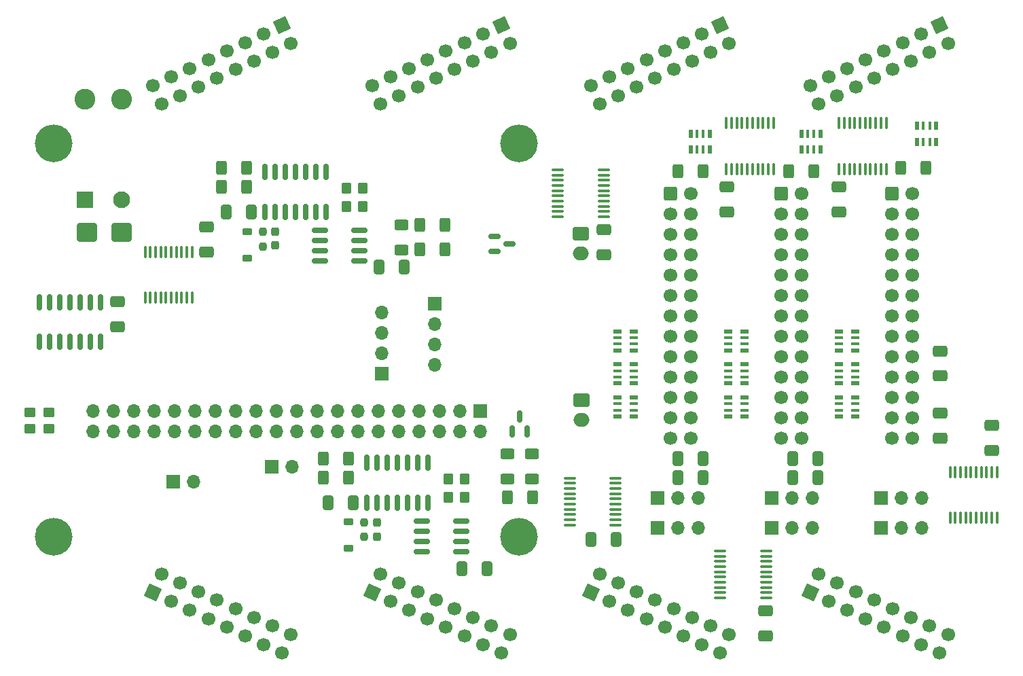
<source format=gbr>
%TF.GenerationSoftware,KiCad,Pcbnew,7.0.7*%
%TF.CreationDate,2023-11-19T22:39:33+01:00*%
%TF.ProjectId,LITEXCNC-HUB75HAT,4c495445-5843-44e4-932d-485542373548,rev?*%
%TF.SameCoordinates,Original*%
%TF.FileFunction,Soldermask,Bot*%
%TF.FilePolarity,Negative*%
%FSLAX46Y46*%
G04 Gerber Fmt 4.6, Leading zero omitted, Abs format (unit mm)*
G04 Created by KiCad (PCBNEW 7.0.7) date 2023-11-19 22:39:33*
%MOMM*%
%LPD*%
G01*
G04 APERTURE LIST*
G04 Aperture macros list*
%AMRoundRect*
0 Rectangle with rounded corners*
0 $1 Rounding radius*
0 $2 $3 $4 $5 $6 $7 $8 $9 X,Y pos of 4 corners*
0 Add a 4 corners polygon primitive as box body*
4,1,4,$2,$3,$4,$5,$6,$7,$8,$9,$2,$3,0*
0 Add four circle primitives for the rounded corners*
1,1,$1+$1,$2,$3*
1,1,$1+$1,$4,$5*
1,1,$1+$1,$6,$7*
1,1,$1+$1,$8,$9*
0 Add four rect primitives between the rounded corners*
20,1,$1+$1,$2,$3,$4,$5,0*
20,1,$1+$1,$4,$5,$6,$7,0*
20,1,$1+$1,$6,$7,$8,$9,0*
20,1,$1+$1,$8,$9,$2,$3,0*%
%AMHorizOval*
0 Thick line with rounded ends*
0 $1 width*
0 $2 $3 position (X,Y) of the first rounded end (center of the circle)*
0 $4 $5 position (X,Y) of the second rounded end (center of the circle)*
0 Add line between two ends*
20,1,$1,$2,$3,$4,$5,0*
0 Add two circle primitives to create the rounded ends*
1,1,$1,$2,$3*
1,1,$1,$4,$5*%
%AMRotRect*
0 Rectangle, with rotation*
0 The origin of the aperture is its center*
0 $1 length*
0 $2 width*
0 $3 Rotation angle, in degrees counterclockwise*
0 Add horizontal line*
21,1,$1,$2,0,0,$3*%
G04 Aperture macros list end*
%ADD10R,1.700000X1.700000*%
%ADD11O,1.700000X1.700000*%
%ADD12RoundRect,0.250000X-0.600000X-0.600000X0.600000X-0.600000X0.600000X0.600000X-0.600000X0.600000X0*%
%ADD13C,1.700000*%
%ADD14RoundRect,0.250000X-0.750000X0.600000X-0.750000X-0.600000X0.750000X-0.600000X0.750000X0.600000X0*%
%ADD15O,2.000000X1.700000*%
%ADD16C,3.100000*%
%ADD17C,4.700000*%
%ADD18RoundRect,0.250000X-1.000000X-0.900000X1.000000X-0.900000X1.000000X0.900000X-1.000000X0.900000X0*%
%ADD19R,1.000000X0.500000*%
%ADD20R,1.000000X0.400000*%
%ADD21R,0.500000X1.000000*%
%ADD22R,0.400000X1.000000*%
%ADD23RoundRect,0.250000X-0.650000X0.412500X-0.650000X-0.412500X0.650000X-0.412500X0.650000X0.412500X0*%
%ADD24RoundRect,0.225000X0.375000X-0.225000X0.375000X0.225000X-0.375000X0.225000X-0.375000X-0.225000X0*%
%ADD25RoundRect,0.250000X0.625000X-0.400000X0.625000X0.400000X-0.625000X0.400000X-0.625000X-0.400000X0*%
%ADD26RoundRect,0.150000X0.150000X-0.825000X0.150000X0.825000X-0.150000X0.825000X-0.150000X-0.825000X0*%
%ADD27RoundRect,0.250000X-0.400000X-0.625000X0.400000X-0.625000X0.400000X0.625000X-0.400000X0.625000X0*%
%ADD28RoundRect,0.250000X0.412500X0.650000X-0.412500X0.650000X-0.412500X-0.650000X0.412500X-0.650000X0*%
%ADD29RoundRect,0.250000X-0.412500X-0.650000X0.412500X-0.650000X0.412500X0.650000X-0.412500X0.650000X0*%
%ADD30RotRect,1.700000X1.700000X115.000000*%
%ADD31HorizOval,1.700000X0.000000X0.000000X0.000000X0.000000X0*%
%ADD32RoundRect,0.250000X-0.350000X-0.450000X0.350000X-0.450000X0.350000X0.450000X-0.350000X0.450000X0*%
%ADD33RotRect,1.700000X1.700000X245.000000*%
%ADD34HorizOval,1.700000X0.000000X0.000000X0.000000X0.000000X0*%
%ADD35RoundRect,0.250000X-0.625000X0.400000X-0.625000X-0.400000X0.625000X-0.400000X0.625000X0.400000X0*%
%ADD36RoundRect,0.237500X0.237500X-0.250000X0.237500X0.250000X-0.237500X0.250000X-0.237500X-0.250000X0*%
%ADD37RoundRect,0.250000X0.650000X-0.412500X0.650000X0.412500X-0.650000X0.412500X-0.650000X-0.412500X0*%
%ADD38RoundRect,0.100000X-0.637500X-0.100000X0.637500X-0.100000X0.637500X0.100000X-0.637500X0.100000X0*%
%ADD39RoundRect,0.250000X0.400000X0.625000X-0.400000X0.625000X-0.400000X-0.625000X0.400000X-0.625000X0*%
%ADD40RoundRect,0.237500X-0.237500X0.300000X-0.237500X-0.300000X0.237500X-0.300000X0.237500X0.300000X0*%
%ADD41RoundRect,0.150000X-0.150000X0.825000X-0.150000X-0.825000X0.150000X-0.825000X0.150000X0.825000X0*%
%ADD42RoundRect,0.150000X0.150000X-0.587500X0.150000X0.587500X-0.150000X0.587500X-0.150000X-0.587500X0*%
%ADD43RoundRect,0.100000X-0.100000X0.637500X-0.100000X-0.637500X0.100000X-0.637500X0.100000X0.637500X0*%
%ADD44RoundRect,0.100000X0.100000X-0.637500X0.100000X0.637500X-0.100000X0.637500X-0.100000X-0.637500X0*%
%ADD45RoundRect,0.250000X-0.450000X0.350000X-0.450000X-0.350000X0.450000X-0.350000X0.450000X0.350000X0*%
%ADD46RoundRect,0.150000X-0.587500X-0.150000X0.587500X-0.150000X0.587500X0.150000X-0.587500X0.150000X0*%
%ADD47C,2.600000*%
%ADD48RoundRect,0.250001X-0.799999X-0.799999X0.799999X-0.799999X0.799999X0.799999X-0.799999X0.799999X0*%
%ADD49C,2.100000*%
%ADD50RoundRect,0.150000X-0.825000X-0.150000X0.825000X-0.150000X0.825000X0.150000X-0.825000X0.150000X0*%
G04 APERTURE END LIST*
D10*
%TO.C,J17*%
X76768000Y36772800D03*
D11*
X76768000Y34232800D03*
X74228000Y36772800D03*
X74228000Y34232800D03*
X71688000Y36772800D03*
X71688000Y34232800D03*
X69148000Y36772800D03*
X69148000Y34232800D03*
X66608000Y36772800D03*
X66608000Y34232800D03*
X64068000Y36772800D03*
X64068000Y34232800D03*
X61528000Y36772800D03*
X61528000Y34232800D03*
X58988000Y36772800D03*
X58988000Y34232800D03*
X56448000Y36772800D03*
X56448000Y34232800D03*
X53908000Y36772800D03*
X53908000Y34232800D03*
X51368000Y36772800D03*
X51368000Y34232800D03*
X48828000Y36772800D03*
X48828000Y34232800D03*
X46288000Y36772800D03*
X46288000Y34232800D03*
X43748000Y36772800D03*
X43748000Y34232800D03*
X41208000Y36772800D03*
X41208000Y34232800D03*
X38668000Y36772800D03*
X38668000Y34232800D03*
X36128000Y36772800D03*
X36128000Y34232800D03*
X33588000Y36772800D03*
X33588000Y34232800D03*
X31048000Y36772800D03*
X31048000Y34232800D03*
X28508000Y36772800D03*
X28508000Y34232800D03*
%TD*%
D12*
%TO.C,IO2*%
X114270000Y63900000D03*
D13*
X116810000Y63900000D03*
X114270000Y61360000D03*
X116810000Y61360000D03*
X114270000Y58820000D03*
X116810000Y58820000D03*
X114270000Y56280000D03*
X116810000Y56280000D03*
X114270000Y53740000D03*
X116810000Y53740000D03*
X114270000Y51200000D03*
X116810000Y51200000D03*
X114270000Y48660000D03*
X116810000Y48660000D03*
X114270000Y46120000D03*
X116810000Y46120000D03*
X114270000Y43580000D03*
X116810000Y43580000D03*
X114270000Y41040000D03*
X116810000Y41040000D03*
X114270000Y38500000D03*
X116810000Y38500000D03*
X114270000Y35960000D03*
X116810000Y35960000D03*
X114270000Y33420000D03*
X116810000Y33420000D03*
%TD*%
D10*
%TO.C,JP6*%
X98866000Y22244000D03*
D11*
X101406000Y22244000D03*
X103946000Y22244000D03*
%TD*%
D10*
%TO.C,JP4*%
X126679000Y22244000D03*
D11*
X129219000Y22244000D03*
X131759000Y22244000D03*
%TD*%
D10*
%TO.C,JP1*%
X126716000Y25927000D03*
D11*
X129256000Y25927000D03*
X131796000Y25927000D03*
%TD*%
D14*
%TO.C,RS485-5*%
X89315600Y58881600D03*
D15*
X89315600Y56381600D03*
%TD*%
D10*
%TO.C,JP3*%
X98866000Y25901600D03*
D11*
X101406000Y25901600D03*
X103946000Y25901600D03*
%TD*%
D14*
%TO.C,RS485-1*%
X89366400Y38155200D03*
D15*
X89366400Y35655200D03*
%TD*%
D10*
%TO.C,JP5*%
X113090000Y22244000D03*
D11*
X115630000Y22244000D03*
X118170000Y22244000D03*
%TD*%
D16*
%TO.C,REF\u002A\u002A*%
X23560000Y70112000D03*
D17*
X23560000Y70112000D03*
%TD*%
D16*
%TO.C,REF\u002A\u002A*%
X81560000Y21112000D03*
D17*
X81560000Y21112000D03*
%TD*%
D16*
%TO.C,REF\u002A\u002A*%
X23560000Y21112000D03*
D17*
X23560000Y21112000D03*
%TD*%
D10*
%TO.C,JP2*%
X113105000Y25901600D03*
D11*
X115645000Y25901600D03*
X118185000Y25901600D03*
%TD*%
D12*
%TO.C,IO3*%
X100464000Y63900000D03*
D13*
X103004000Y63900000D03*
X100464000Y61360000D03*
X103004000Y61360000D03*
X100464000Y58820000D03*
X103004000Y58820000D03*
X100464000Y56280000D03*
X103004000Y56280000D03*
X100464000Y53740000D03*
X103004000Y53740000D03*
X100464000Y51200000D03*
X103004000Y51200000D03*
X100464000Y48660000D03*
X103004000Y48660000D03*
X100464000Y46120000D03*
X103004000Y46120000D03*
X100464000Y43580000D03*
X103004000Y43580000D03*
X100464000Y41040000D03*
X103004000Y41040000D03*
X100464000Y38500000D03*
X103004000Y38500000D03*
X100464000Y35960000D03*
X103004000Y35960000D03*
X100464000Y33420000D03*
X103004000Y33420000D03*
%TD*%
D16*
%TO.C,REF\u002A\u002A*%
X81560000Y70112000D03*
D17*
X81560000Y70112000D03*
%TD*%
D12*
%TO.C,IO1*%
X128076000Y63900000D03*
D13*
X130616000Y63900000D03*
X128076000Y61360000D03*
X130616000Y61360000D03*
X128076000Y58820000D03*
X130616000Y58820000D03*
X128076000Y56280000D03*
X130616000Y56280000D03*
X128076000Y53740000D03*
X130616000Y53740000D03*
X128076000Y51200000D03*
X130616000Y51200000D03*
X128076000Y48660000D03*
X130616000Y48660000D03*
X128076000Y46120000D03*
X130616000Y46120000D03*
X128076000Y43580000D03*
X130616000Y43580000D03*
X128076000Y41040000D03*
X130616000Y41040000D03*
X128076000Y38500000D03*
X130616000Y38500000D03*
X128076000Y35960000D03*
X130616000Y35960000D03*
X128076000Y33420000D03*
X130616000Y33420000D03*
%TD*%
D18*
%TO.C,D12*%
X27764000Y59074000D03*
X32064000Y59074000D03*
%TD*%
D19*
%TO.C,RN9*%
X95877000Y46710400D03*
D20*
X95877000Y45910400D03*
X95877000Y45110400D03*
D19*
X95877000Y44310400D03*
X93877000Y44310400D03*
D20*
X93877000Y45110400D03*
X93877000Y45910400D03*
D19*
X93877000Y46710400D03*
%TD*%
D21*
%TO.C,RN4*%
X133594000Y70316800D03*
D22*
X132794000Y70316800D03*
X131994000Y70316800D03*
D21*
X131194000Y70316800D03*
X131194000Y72316800D03*
D22*
X131994000Y72316800D03*
X132794000Y72316800D03*
D21*
X133594000Y72316800D03*
%TD*%
D23*
%TO.C,C16*%
X112328000Y11868500D03*
X112328000Y8743500D03*
%TD*%
D24*
%TO.C,D4*%
X47710400Y55824800D03*
X47710400Y59124800D03*
%TD*%
D19*
%TO.C,RN11*%
X95877000Y38480800D03*
D20*
X95877000Y37680800D03*
X95877000Y36880800D03*
D19*
X95877000Y36080800D03*
X93877000Y36080800D03*
D20*
X93877000Y36880800D03*
X93877000Y37680800D03*
D19*
X93877000Y38480800D03*
%TD*%
D10*
%TO.C,J14*%
X38460000Y28000000D03*
D11*
X41000000Y28000000D03*
%TD*%
D25*
%TO.C,R11*%
X66912800Y56863600D03*
X66912800Y59963600D03*
%TD*%
D23*
%TO.C,C20*%
X121472000Y64700500D03*
X121472000Y61575500D03*
%TD*%
D26*
%TO.C,U7*%
X29422400Y45386400D03*
X28152400Y45386400D03*
X26882400Y45386400D03*
X25612400Y45386400D03*
X24342400Y45386400D03*
X23072400Y45386400D03*
X21802400Y45386400D03*
X21802400Y50336400D03*
X23072400Y50336400D03*
X24342400Y50336400D03*
X25612400Y50336400D03*
X26882400Y50336400D03*
X28152400Y50336400D03*
X29422400Y50336400D03*
%TD*%
D10*
%TO.C,J8*%
X71120000Y50165000D03*
D11*
X71120000Y47625000D03*
X71120000Y45085000D03*
X71120000Y42545000D03*
%TD*%
D21*
%TO.C,RN12*%
X105360800Y69351600D03*
D22*
X104560800Y69351600D03*
X103760800Y69351600D03*
D21*
X102960800Y69351600D03*
X102960800Y71351600D03*
D22*
X103760800Y71351600D03*
X104560800Y71351600D03*
D21*
X105360800Y71351600D03*
%TD*%
D27*
%TO.C,R6*%
X44534800Y64712800D03*
X47634800Y64712800D03*
%TD*%
D28*
%TO.C,C13*%
X60956900Y25342800D03*
X57831900Y25342800D03*
%TD*%
D29*
%TO.C,C14*%
X74443500Y17113200D03*
X77568500Y17113200D03*
%TD*%
D30*
%TO.C,J4*%
X52070000Y84836000D03*
D31*
X53143450Y82533978D03*
X49767978Y83762550D03*
X50841429Y81460528D03*
X47465956Y82689099D03*
X48539407Y80387077D03*
X45163935Y81615649D03*
X46237385Y79313627D03*
X42861913Y80542198D03*
X43935363Y78240177D03*
X40559891Y79468748D03*
X41633341Y77166726D03*
X38257869Y78395298D03*
X39331320Y76093276D03*
X35955848Y77321847D03*
X37029298Y75019826D03*
%TD*%
D10*
%TO.C,J13*%
X50800000Y29845000D03*
D11*
X53340000Y29845000D03*
%TD*%
D19*
%TO.C,RN5*%
X109683000Y46710400D03*
D20*
X109683000Y45910400D03*
X109683000Y45110400D03*
D19*
X109683000Y44310400D03*
X107683000Y44310400D03*
D20*
X107683000Y45110400D03*
X107683000Y45910400D03*
D19*
X107683000Y46710400D03*
%TD*%
D27*
%TO.C,R16*%
X57234800Y28492400D03*
X60334800Y28492400D03*
%TD*%
D32*
%TO.C,R14*%
X72770800Y28340000D03*
X74770800Y28340000D03*
%TD*%
D33*
%TO.C,J12*%
X90565848Y14118153D03*
D34*
X91639298Y16420175D03*
X92867870Y13044703D03*
X93941320Y15346724D03*
X95169892Y11971252D03*
X96243342Y14273274D03*
X97471913Y10897802D03*
X98545364Y13199824D03*
X99773935Y9824351D03*
X100847386Y12126373D03*
X102075957Y8750901D03*
X103149407Y11052923D03*
X104377979Y7677451D03*
X105451429Y9979472D03*
X106680000Y6604000D03*
X107753451Y8906022D03*
%TD*%
D27*
%TO.C,R5*%
X101417600Y66694000D03*
X104517600Y66694000D03*
%TD*%
D35*
%TO.C,R19*%
X80171600Y31414000D03*
X80171600Y28314000D03*
%TD*%
D29*
%TO.C,C6*%
X101418300Y30829200D03*
X104543300Y30829200D03*
%TD*%
D23*
%TO.C,C7*%
X31505200Y50362600D03*
X31505200Y47237600D03*
%TD*%
D36*
%TO.C,R8*%
X49691600Y57296000D03*
X49691600Y59121000D03*
%TD*%
D33*
%TO.C,J11*%
X117870848Y14118153D03*
D34*
X118944298Y16420175D03*
X120172870Y13044703D03*
X121246320Y15346724D03*
X122474892Y11971252D03*
X123548342Y14273274D03*
X124776913Y10897802D03*
X125850364Y13199824D03*
X127078935Y9824351D03*
X128152386Y12126373D03*
X129380957Y8750901D03*
X130454407Y11052923D03*
X131682979Y7677451D03*
X132756429Y9979472D03*
X133985000Y6604000D03*
X135058451Y8906022D03*
%TD*%
D37*
%TO.C,C1*%
X134045000Y41128500D03*
X134045000Y44253500D03*
%TD*%
D29*
%TO.C,C3*%
X115680800Y28441600D03*
X118805800Y28441600D03*
%TD*%
D38*
%TO.C,U5*%
X86420000Y60986000D03*
X86420000Y61636000D03*
X86420000Y62286000D03*
X86420000Y62936000D03*
X86420000Y63586000D03*
X86420000Y64236000D03*
X86420000Y64886000D03*
X86420000Y65536000D03*
X86420000Y66186000D03*
X86420000Y66836000D03*
X92145000Y66836000D03*
X92145000Y66186000D03*
X92145000Y65536000D03*
X92145000Y64886000D03*
X92145000Y64236000D03*
X92145000Y63586000D03*
X92145000Y62936000D03*
X92145000Y62286000D03*
X92145000Y61636000D03*
X92145000Y60986000D03*
%TD*%
D19*
%TO.C,RN10*%
X95877000Y42595600D03*
D20*
X95877000Y41795600D03*
X95877000Y40995600D03*
D19*
X95877000Y40195600D03*
X93877000Y40195600D03*
D20*
X93877000Y40995600D03*
X93877000Y41795600D03*
D19*
X93877000Y42595600D03*
%TD*%
D21*
%TO.C,RN8*%
X119166800Y69351600D03*
D22*
X118366800Y69351600D03*
X117566800Y69351600D03*
D21*
X116766800Y69351600D03*
X116766800Y71351600D03*
D22*
X117566800Y71351600D03*
X118366800Y71351600D03*
D21*
X119166800Y71351600D03*
%TD*%
D39*
%TO.C,R10*%
X72323600Y59937600D03*
X69223600Y59937600D03*
%TD*%
%TO.C,R21*%
X83245600Y26003200D03*
X80145600Y26003200D03*
%TD*%
D27*
%TO.C,R18*%
X57234800Y30829200D03*
X60334800Y30829200D03*
%TD*%
D40*
%TO.C,C15*%
X63864800Y22853600D03*
X63864800Y21128600D03*
%TD*%
D29*
%TO.C,C12*%
X64131100Y54756000D03*
X67256100Y54756000D03*
%TD*%
D41*
%TO.C,U9*%
X49945600Y66527400D03*
X51215600Y66527400D03*
X52485600Y66527400D03*
X53755600Y66527400D03*
X55025600Y66527400D03*
X56295600Y66527400D03*
X57565600Y66527400D03*
X57565600Y61577400D03*
X56295600Y61577400D03*
X55025600Y61577400D03*
X53755600Y61577400D03*
X52485600Y61577400D03*
X51215600Y61577400D03*
X49945600Y61577400D03*
%TD*%
D23*
%TO.C,C19*%
X107502000Y64700500D03*
X107502000Y61575500D03*
%TD*%
D32*
%TO.C,R13*%
X60070800Y62223600D03*
X62070800Y62223600D03*
%TD*%
D37*
%TO.C,C2*%
X134082000Y33381500D03*
X134082000Y36506500D03*
%TD*%
D41*
%TO.C,U11*%
X62645600Y30307000D03*
X63915600Y30307000D03*
X65185600Y30307000D03*
X66455600Y30307000D03*
X67725600Y30307000D03*
X68995600Y30307000D03*
X70265600Y30307000D03*
X70265600Y25357000D03*
X68995600Y25357000D03*
X67725600Y25357000D03*
X66455600Y25357000D03*
X65185600Y25357000D03*
X63915600Y25357000D03*
X62645600Y25357000D03*
%TD*%
D36*
%TO.C,R17*%
X62290000Y21079400D03*
X62290000Y22904400D03*
%TD*%
D19*
%TO.C,RN1*%
X123488000Y46710400D03*
D20*
X123488000Y45910400D03*
X123488000Y45110400D03*
D19*
X123488000Y44310400D03*
X121488000Y44310400D03*
D20*
X121488000Y45110400D03*
X121488000Y45910400D03*
D19*
X121488000Y46710400D03*
%TD*%
D24*
%TO.C,D10*%
X60308800Y19628800D03*
X60308800Y22928800D03*
%TD*%
D30*
%TO.C,J6*%
X106680000Y84836000D03*
D31*
X107753450Y82533978D03*
X104377978Y83762550D03*
X105451429Y81460528D03*
X102075956Y82689099D03*
X103149407Y80387077D03*
X99773935Y81615649D03*
X100847385Y79313627D03*
X97471913Y80542198D03*
X98545363Y78240177D03*
X95169891Y79468748D03*
X96243341Y77166726D03*
X92867869Y78395298D03*
X93941320Y76093276D03*
X90565848Y77321847D03*
X91639298Y75019826D03*
%TD*%
D42*
%TO.C,D11*%
X82630400Y34209700D03*
X80730400Y34209700D03*
X81680400Y36084700D03*
%TD*%
D38*
%TO.C,U6*%
X87893200Y22559200D03*
X87893200Y23209200D03*
X87893200Y23859200D03*
X87893200Y24509200D03*
X87893200Y25159200D03*
X87893200Y25809200D03*
X87893200Y26459200D03*
X87893200Y27109200D03*
X87893200Y27759200D03*
X87893200Y28409200D03*
X93618200Y28409200D03*
X93618200Y27759200D03*
X93618200Y27109200D03*
X93618200Y26459200D03*
X93618200Y25809200D03*
X93618200Y25159200D03*
X93618200Y24509200D03*
X93618200Y23859200D03*
X93618200Y23209200D03*
X93618200Y22559200D03*
%TD*%
D33*
%TO.C,J15*%
X63260848Y14118153D03*
D34*
X64334298Y16420175D03*
X65562870Y13044703D03*
X66636320Y15346724D03*
X67864892Y11971252D03*
X68938342Y14273274D03*
X70166913Y10897802D03*
X71240364Y13199824D03*
X72468935Y9824351D03*
X73542386Y12126373D03*
X74770957Y8750901D03*
X75844407Y11052923D03*
X77072979Y7677451D03*
X78146429Y9979472D03*
X79375000Y6604000D03*
X80448451Y8906022D03*
%TD*%
D38*
%TO.C,U4*%
X106671500Y13477000D03*
X106671500Y14127000D03*
X106671500Y14777000D03*
X106671500Y15427000D03*
X106671500Y16077000D03*
X106671500Y16727000D03*
X106671500Y17377000D03*
X106671500Y18027000D03*
X106671500Y18677000D03*
X106671500Y19327000D03*
X112396500Y19327000D03*
X112396500Y18677000D03*
X112396500Y18027000D03*
X112396500Y17377000D03*
X112396500Y16727000D03*
X112396500Y16077000D03*
X112396500Y15427000D03*
X112396500Y14777000D03*
X112396500Y14127000D03*
X112396500Y13477000D03*
%TD*%
D32*
%TO.C,R12*%
X60070800Y64560400D03*
X62070800Y64560400D03*
%TD*%
D27*
%TO.C,R7*%
X44534800Y67049600D03*
X47634800Y67049600D03*
%TD*%
D23*
%TO.C,C9*%
X92135000Y59366500D03*
X92135000Y56241500D03*
%TD*%
D43*
%TO.C,U3*%
X107442000Y72673000D03*
X108092000Y72673000D03*
X108742000Y72673000D03*
X109392000Y72673000D03*
X110042000Y72673000D03*
X110692000Y72673000D03*
X111342000Y72673000D03*
X111992000Y72673000D03*
X112642000Y72673000D03*
X113292000Y72673000D03*
X113292000Y66948000D03*
X112642000Y66948000D03*
X111992000Y66948000D03*
X111342000Y66948000D03*
X110692000Y66948000D03*
X110042000Y66948000D03*
X109392000Y66948000D03*
X108742000Y66948000D03*
X108092000Y66948000D03*
X107442000Y66948000D03*
%TD*%
D10*
%TO.C,J7*%
X64516000Y41402000D03*
D11*
X64516000Y43942000D03*
X64516000Y46482000D03*
X64516000Y49022000D03*
%TD*%
D43*
%TO.C,U2*%
X121494000Y72673000D03*
X122144000Y72673000D03*
X122794000Y72673000D03*
X123444000Y72673000D03*
X124094000Y72673000D03*
X124744000Y72673000D03*
X125394000Y72673000D03*
X126044000Y72673000D03*
X126694000Y72673000D03*
X127344000Y72673000D03*
X127344000Y66948000D03*
X126694000Y66948000D03*
X126044000Y66948000D03*
X125394000Y66948000D03*
X124744000Y66948000D03*
X124094000Y66948000D03*
X123444000Y66948000D03*
X122794000Y66948000D03*
X122144000Y66948000D03*
X121494000Y66948000D03*
%TD*%
D37*
%TO.C,C18*%
X42630400Y56546300D03*
X42630400Y59671300D03*
%TD*%
D44*
%TO.C,U1*%
X141161000Y23445500D03*
X140511000Y23445500D03*
X139861000Y23445500D03*
X139211000Y23445500D03*
X138561000Y23445500D03*
X137911000Y23445500D03*
X137261000Y23445500D03*
X136611000Y23445500D03*
X135961000Y23445500D03*
X135311000Y23445500D03*
X135311000Y29170500D03*
X135961000Y29170500D03*
X136611000Y29170500D03*
X137261000Y29170500D03*
X137911000Y29170500D03*
X138561000Y29170500D03*
X139211000Y29170500D03*
X139861000Y29170500D03*
X140511000Y29170500D03*
X141161000Y29170500D03*
%TD*%
D45*
%TO.C,R2*%
X23021600Y36604400D03*
X23021600Y34604400D03*
%TD*%
D19*
%TO.C,RN6*%
X109683000Y42595600D03*
D20*
X109683000Y41795600D03*
X109683000Y40995600D03*
D19*
X109683000Y40195600D03*
X107683000Y40195600D03*
D20*
X107683000Y40995600D03*
X107683000Y41795600D03*
D19*
X107683000Y42595600D03*
%TD*%
%TO.C,RN2*%
X123488000Y42595600D03*
D20*
X123488000Y41795600D03*
X123488000Y40995600D03*
D19*
X123488000Y40195600D03*
X121488000Y40195600D03*
D20*
X121488000Y40995600D03*
X121488000Y41795600D03*
D19*
X121488000Y42595600D03*
%TD*%
D28*
%TO.C,C17*%
X93672100Y20770800D03*
X90547100Y20770800D03*
%TD*%
D19*
%TO.C,RN7*%
X109683000Y38480800D03*
D20*
X109683000Y37680800D03*
X109683000Y36880800D03*
D19*
X109683000Y36080800D03*
X107683000Y36080800D03*
D20*
X107683000Y36880800D03*
X107683000Y37680800D03*
D19*
X107683000Y38480800D03*
%TD*%
D33*
%TO.C,J16*%
X35955848Y14118153D03*
D34*
X37029298Y16420175D03*
X38257870Y13044703D03*
X39331320Y15346724D03*
X40559892Y11971252D03*
X41633342Y14273274D03*
X42861913Y10897802D03*
X43935364Y13199824D03*
X45163935Y9824351D03*
X46237386Y12126373D03*
X47465957Y8750901D03*
X48539407Y11052923D03*
X49767979Y7677451D03*
X50841429Y9979472D03*
X52070000Y6604000D03*
X53143451Y8906022D03*
%TD*%
D32*
%TO.C,R15*%
X72770800Y26003200D03*
X74770800Y26003200D03*
%TD*%
D27*
%TO.C,R3*%
X129167600Y67049600D03*
X132267600Y67049600D03*
%TD*%
D19*
%TO.C,RN3*%
X123488000Y38480800D03*
D20*
X123488000Y37680800D03*
X123488000Y36880800D03*
D19*
X123488000Y36080800D03*
X121488000Y36080800D03*
D20*
X121488000Y36880800D03*
X121488000Y37680800D03*
D19*
X121488000Y38480800D03*
%TD*%
D45*
%TO.C,R1*%
X20634000Y36604400D03*
X20634000Y34604400D03*
%TD*%
D46*
%TO.C,D5*%
X78499800Y56661600D03*
X78499800Y58561600D03*
X80374800Y57611600D03*
%TD*%
D47*
%TO.C,J10*%
X27478000Y75663000D03*
X32078000Y75663000D03*
D48*
X27478000Y63063000D03*
D49*
X32078000Y63063000D03*
%TD*%
D29*
%TO.C,C5*%
X101418300Y28441600D03*
X104543300Y28441600D03*
%TD*%
D30*
%TO.C,J5*%
X79375000Y84836000D03*
D31*
X80448450Y82533978D03*
X77072978Y83762550D03*
X78146429Y81460528D03*
X74770956Y82689099D03*
X75844407Y80387077D03*
X72468935Y81615649D03*
X73542385Y79313627D03*
X70166913Y80542198D03*
X71240363Y78240177D03*
X67864891Y79468748D03*
X68938341Y77166726D03*
X65562869Y78395298D03*
X66636320Y76093276D03*
X63260848Y77321847D03*
X64334298Y75019826D03*
%TD*%
D29*
%TO.C,C4*%
X115693100Y30829200D03*
X118818100Y30829200D03*
%TD*%
D40*
%TO.C,C10*%
X51215600Y59124800D03*
X51215600Y57399800D03*
%TD*%
D37*
%TO.C,C21*%
X140522000Y31857500D03*
X140522000Y34982500D03*
%TD*%
D27*
%TO.C,R9*%
X69223600Y56889600D03*
X72323600Y56889600D03*
%TD*%
%TO.C,R4*%
X115223600Y66694000D03*
X118323600Y66694000D03*
%TD*%
D25*
%TO.C,R20*%
X83219600Y28314000D03*
X83219600Y31414000D03*
%TD*%
D50*
%TO.C,U12*%
X69452800Y19246800D03*
X69452800Y20516800D03*
X69452800Y21786800D03*
X69452800Y23056800D03*
X74402800Y23056800D03*
X74402800Y21786800D03*
X74402800Y20516800D03*
X74402800Y19246800D03*
%TD*%
D30*
%TO.C,J9*%
X133985000Y84836000D03*
D31*
X135058450Y82533978D03*
X131682978Y83762550D03*
X132756429Y81460528D03*
X129380956Y82689099D03*
X130454407Y80387077D03*
X127078935Y81615649D03*
X128152385Y79313627D03*
X124776913Y80542198D03*
X125850363Y78240177D03*
X122474891Y79468748D03*
X123548341Y77166726D03*
X120172869Y78395298D03*
X121246320Y76093276D03*
X117870848Y77321847D03*
X118944298Y75019826D03*
%TD*%
D44*
%TO.C,U8*%
X40831000Y50877500D03*
X40181000Y50877500D03*
X39531000Y50877500D03*
X38881000Y50877500D03*
X38231000Y50877500D03*
X37581000Y50877500D03*
X36931000Y50877500D03*
X36281000Y50877500D03*
X35631000Y50877500D03*
X34981000Y50877500D03*
X34981000Y56602500D03*
X35631000Y56602500D03*
X36281000Y56602500D03*
X36931000Y56602500D03*
X37581000Y56602500D03*
X38231000Y56602500D03*
X38881000Y56602500D03*
X39531000Y56602500D03*
X40181000Y56602500D03*
X40831000Y56602500D03*
%TD*%
D28*
%TO.C,C11*%
X48256900Y61563200D03*
X45131900Y61563200D03*
%TD*%
D50*
%TO.C,U10*%
X56752800Y55467200D03*
X56752800Y56737200D03*
X56752800Y58007200D03*
X56752800Y59277200D03*
X61702800Y59277200D03*
X61702800Y58007200D03*
X61702800Y56737200D03*
X61702800Y55467200D03*
%TD*%
M02*

</source>
